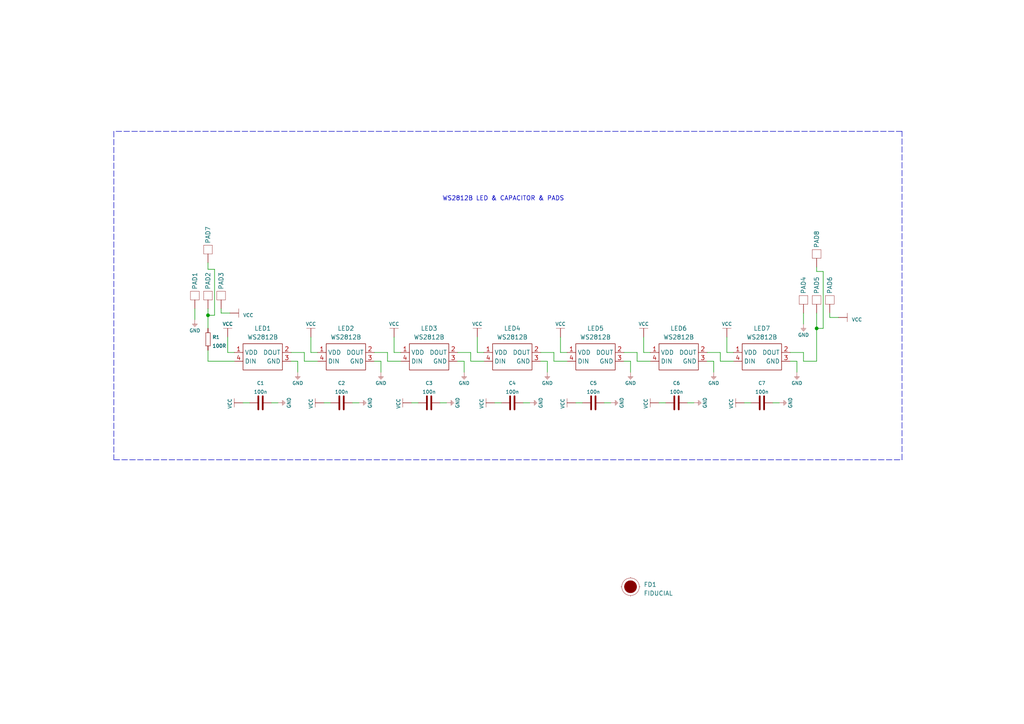
<source format=kicad_sch>
(kicad_sch (version 20211123) (generator eeschema)

  (uuid 25e546e1-a985-4f88-be34-40499372279d)

  (paper "A4")

  (title_block
    (title "Smart LED WS2812B Ring7")
    (date "2023-10-10")
    (rev "v1.3.0.")
    (company "SOLDERED")
    (comment 1 "333055")
  )

  (lib_symbols
    (symbol "e-radionica.com schematics:0603C" (pin_numbers hide) (pin_names (offset 0.002)) (in_bom yes) (on_board yes)
      (property "Reference" "C" (id 0) (at -0.635 3.175 0)
        (effects (font (size 1 1)))
      )
      (property "Value" "0603C" (id 1) (at 0 -3.175 0)
        (effects (font (size 1 1)))
      )
      (property "Footprint" "e-radionica.com footprinti:0603C" (id 2) (at 0 0 0)
        (effects (font (size 1 1)) hide)
      )
      (property "Datasheet" "" (id 3) (at 0 0 0)
        (effects (font (size 1 1)) hide)
      )
      (symbol "0603C_0_1"
        (polyline
          (pts
            (xy -0.635 1.905)
            (xy -0.635 -1.905)
          )
          (stroke (width 0.5) (type default) (color 0 0 0 0))
          (fill (type none))
        )
        (polyline
          (pts
            (xy 0.635 1.905)
            (xy 0.635 -1.905)
          )
          (stroke (width 0.5) (type default) (color 0 0 0 0))
          (fill (type none))
        )
      )
      (symbol "0603C_1_1"
        (pin passive line (at -3.175 0 0) (length 2.54)
          (name "~" (effects (font (size 1.27 1.27))))
          (number "1" (effects (font (size 1.27 1.27))))
        )
        (pin passive line (at 3.175 0 180) (length 2.54)
          (name "~" (effects (font (size 1.27 1.27))))
          (number "2" (effects (font (size 1.27 1.27))))
        )
      )
    )
    (symbol "e-radionica.com schematics:0603R" (pin_numbers hide) (pin_names (offset 0.254)) (in_bom yes) (on_board yes)
      (property "Reference" "R" (id 0) (at -1.905 1.905 0)
        (effects (font (size 1 1)))
      )
      (property "Value" "0603R" (id 1) (at 0 -1.905 0)
        (effects (font (size 1 1)))
      )
      (property "Footprint" "e-radionica.com footprinti:0603R" (id 2) (at -0.635 1.905 0)
        (effects (font (size 1 1)) hide)
      )
      (property "Datasheet" "" (id 3) (at -0.635 1.905 0)
        (effects (font (size 1 1)) hide)
      )
      (symbol "0603R_0_1"
        (rectangle (start -1.905 -0.635) (end 1.905 -0.6604)
          (stroke (width 0.1) (type default) (color 0 0 0 0))
          (fill (type none))
        )
        (rectangle (start -1.905 0.635) (end -1.8796 -0.635)
          (stroke (width 0.1) (type default) (color 0 0 0 0))
          (fill (type none))
        )
        (rectangle (start -1.905 0.635) (end 1.905 0.6096)
          (stroke (width 0.1) (type default) (color 0 0 0 0))
          (fill (type none))
        )
        (rectangle (start 1.905 0.635) (end 1.9304 -0.635)
          (stroke (width 0.1) (type default) (color 0 0 0 0))
          (fill (type none))
        )
      )
      (symbol "0603R_1_1"
        (pin passive line (at -3.175 0 0) (length 1.27)
          (name "~" (effects (font (size 1.27 1.27))))
          (number "1" (effects (font (size 1.27 1.27))))
        )
        (pin passive line (at 3.175 0 180) (length 1.27)
          (name "~" (effects (font (size 1.27 1.27))))
          (number "2" (effects (font (size 1.27 1.27))))
        )
      )
    )
    (symbol "e-radionica.com schematics:FIDUCIAL" (in_bom no) (on_board yes)
      (property "Reference" "FD" (id 0) (at 0 3.81 0)
        (effects (font (size 1.27 1.27)))
      )
      (property "Value" "FIDUCIAL" (id 1) (at 0 -3.81 0)
        (effects (font (size 1.27 1.27)))
      )
      (property "Footprint" "e-radionica.com footprinti:FIDUCIAL_23" (id 2) (at 0.254 -5.334 0)
        (effects (font (size 1.27 1.27)) hide)
      )
      (property "Datasheet" "" (id 3) (at 0 0 0)
        (effects (font (size 1.27 1.27)) hide)
      )
      (symbol "FIDUCIAL_0_1"
        (polyline
          (pts
            (xy -2.54 0)
            (xy -2.794 0)
          )
          (stroke (width 0.0006) (type default) (color 0 0 0 0))
          (fill (type none))
        )
        (polyline
          (pts
            (xy 0 -2.54)
            (xy 0 -2.794)
          )
          (stroke (width 0.0006) (type default) (color 0 0 0 0))
          (fill (type none))
        )
        (polyline
          (pts
            (xy 0 2.54)
            (xy 0 2.794)
          )
          (stroke (width 0.0006) (type default) (color 0 0 0 0))
          (fill (type none))
        )
        (polyline
          (pts
            (xy 2.54 0)
            (xy 2.794 0)
          )
          (stroke (width 0.0006) (type default) (color 0 0 0 0))
          (fill (type none))
        )
        (circle (center 0 0) (radius 1.7961)
          (stroke (width 0.001) (type default) (color 0 0 0 0))
          (fill (type outline))
        )
        (circle (center 0 0) (radius 2.54)
          (stroke (width 0.0006) (type default) (color 0 0 0 0))
          (fill (type none))
        )
      )
    )
    (symbol "e-radionica.com schematics:GND" (power) (pin_names (offset 0)) (in_bom yes) (on_board yes)
      (property "Reference" "#PWR" (id 0) (at 4.445 0 0)
        (effects (font (size 1 1)) hide)
      )
      (property "Value" "GND" (id 1) (at 0 -2.921 0)
        (effects (font (size 1 1)))
      )
      (property "Footprint" "" (id 2) (at 4.445 3.81 0)
        (effects (font (size 1 1)) hide)
      )
      (property "Datasheet" "" (id 3) (at 4.445 3.81 0)
        (effects (font (size 1 1)) hide)
      )
      (property "ki_keywords" "power-flag" (id 4) (at 0 0 0)
        (effects (font (size 1.27 1.27)) hide)
      )
      (property "ki_description" "Power symbol creates a global label with name \"GND\"" (id 5) (at 0 0 0)
        (effects (font (size 1.27 1.27)) hide)
      )
      (symbol "GND_0_1"
        (polyline
          (pts
            (xy -0.762 -1.27)
            (xy 0.762 -1.27)
          )
          (stroke (width 0.0006) (type default) (color 0 0 0 0))
          (fill (type none))
        )
        (polyline
          (pts
            (xy -0.635 -1.524)
            (xy 0.635 -1.524)
          )
          (stroke (width 0.0006) (type default) (color 0 0 0 0))
          (fill (type none))
        )
        (polyline
          (pts
            (xy -0.381 -1.778)
            (xy 0.381 -1.778)
          )
          (stroke (width 0.0006) (type default) (color 0 0 0 0))
          (fill (type none))
        )
        (polyline
          (pts
            (xy -0.127 -2.032)
            (xy 0.127 -2.032)
          )
          (stroke (width 0.0006) (type default) (color 0 0 0 0))
          (fill (type none))
        )
        (polyline
          (pts
            (xy 0 0)
            (xy 0 -1.27)
          )
          (stroke (width 0.0006) (type default) (color 0 0 0 0))
          (fill (type none))
        )
      )
      (symbol "GND_1_1"
        (pin power_in line (at 0 0 270) (length 0) hide
          (name "GND" (effects (font (size 1.27 1.27))))
          (number "1" (effects (font (size 1.27 1.27))))
        )
      )
    )
    (symbol "e-radionica.com schematics:PAD_2x1.5" (pin_numbers hide) (pin_names hide) (in_bom yes) (on_board yes)
      (property "Reference" "PAD" (id 0) (at 0 2.54 0)
        (effects (font (size 1.27 1.27)))
      )
      (property "Value" "PAD_2x1.5" (id 1) (at 0 -2.54 0)
        (effects (font (size 1.27 1.27)))
      )
      (property "Footprint" "e-radionica.com footprinti:PAD_2x1.5" (id 2) (at -1.27 -3.81 0)
        (effects (font (size 1.27 1.27)) hide)
      )
      (property "Datasheet" "" (id 3) (at -1.27 0 0)
        (effects (font (size 1.27 1.27)) hide)
      )
      (symbol "PAD_2x1.5_0_1"
        (rectangle (start -1.27 1.27) (end 1.27 -1.27)
          (stroke (width 0.0006) (type default) (color 0 0 0 0))
          (fill (type none))
        )
      )
      (symbol "PAD_2x1.5_1_1"
        (pin passive line (at -3.81 0 0) (length 2.54)
          (name "~" (effects (font (size 1.27 1.27))))
          (number "1" (effects (font (size 1.27 1.27))))
        )
      )
    )
    (symbol "e-radionica.com schematics:VCC" (power) (pin_names (offset 0)) (in_bom yes) (on_board yes)
      (property "Reference" "#PWR" (id 0) (at 4.445 0 0)
        (effects (font (size 1 1)) hide)
      )
      (property "Value" "VCC" (id 1) (at 0 3.556 0)
        (effects (font (size 1 1)))
      )
      (property "Footprint" "" (id 2) (at 4.445 3.81 0)
        (effects (font (size 1 1)) hide)
      )
      (property "Datasheet" "" (id 3) (at 4.445 3.81 0)
        (effects (font (size 1 1)) hide)
      )
      (property "ki_keywords" "power-flag" (id 4) (at 0 0 0)
        (effects (font (size 1.27 1.27)) hide)
      )
      (property "ki_description" "Power symbol creates a global label with name \"VCC\"" (id 5) (at 0 0 0)
        (effects (font (size 1.27 1.27)) hide)
      )
      (symbol "VCC_0_1"
        (polyline
          (pts
            (xy -1.27 2.54)
            (xy 1.27 2.54)
          )
          (stroke (width 0.0006) (type default) (color 0 0 0 0))
          (fill (type none))
        )
        (polyline
          (pts
            (xy 0 0)
            (xy 0 2.54)
          )
          (stroke (width 0) (type default) (color 0 0 0 0))
          (fill (type none))
        )
      )
      (symbol "VCC_1_1"
        (pin power_in line (at 0 0 90) (length 0) hide
          (name "VCC" (effects (font (size 1.27 1.27))))
          (number "1" (effects (font (size 1.27 1.27))))
        )
      )
    )
    (symbol "e-radionica.com schematics:WS2812B" (in_bom yes) (on_board yes)
      (property "Reference" "LED?" (id 0) (at 2.54 5.08 0)
        (effects (font (size 1.27 1.27)))
      )
      (property "Value" "WS2812B" (id 1) (at 1.27 -5.08 0)
        (effects (font (size 1.27 1.27)))
      )
      (property "Footprint" "e-radionica.com footprinti:WS2812B LED" (id 2) (at 1.27 -8.89 0)
        (effects (font (size 1.27 1.27)) hide)
      )
      (property "Datasheet" "" (id 3) (at 1.27 -8.89 0)
        (effects (font (size 1.27 1.27)) hide)
      )
      (symbol "WS2812B_0_1"
        (polyline
          (pts
            (xy -5.08 3.81)
            (xy 6.35 3.81)
            (xy 6.35 -3.81)
            (xy -5.08 -3.81)
            (xy -5.08 3.81)
          )
          (stroke (width 0.1524) (type default) (color 0 0 0 0))
          (fill (type none))
        )
      )
      (symbol "WS2812B_1_1"
        (pin input line (at -7.62 1.27 0) (length 2.54)
          (name "VDD" (effects (font (size 1.27 1.27))))
          (number "1" (effects (font (size 1.27 1.27))))
        )
        (pin input line (at 8.89 1.27 180) (length 2.54)
          (name "DOUT" (effects (font (size 1.27 1.27))))
          (number "2" (effects (font (size 1.27 1.27))))
        )
        (pin input line (at 8.89 -1.27 180) (length 2.54)
          (name "GND" (effects (font (size 1.27 1.27))))
          (number "3" (effects (font (size 1.27 1.27))))
        )
        (pin input line (at -7.62 -1.27 0) (length 2.54)
          (name "DIN" (effects (font (size 1.27 1.27))))
          (number "4" (effects (font (size 1.27 1.27))))
        )
      )
    )
  )

  (junction (at 60.325 91.44) (diameter 0.9144) (color 0 0 0 0)
    (uuid 03c52831-5dc5-43c5-a442-8d23643b46fb)
  )
  (junction (at 236.855 95.25) (diameter 0.9144) (color 0 0 0 0)
    (uuid a1823eb2-fb0d-4ed8-8b96-04184ac3a9d5)
  )

  (wire (pts (xy 208.915 102.235) (xy 208.915 104.775))
    (stroke (width 0) (type solid) (color 0 0 0 0))
    (uuid 03f0db48-54ab-4e40-a40b-ef8ae62d44bb)
  )
  (wire (pts (xy 180.975 102.235) (xy 184.785 102.235))
    (stroke (width 0) (type solid) (color 0 0 0 0))
    (uuid 09db198b-fc2d-437a-aa90-a22c4443f79d)
  )
  (wire (pts (xy 160.655 102.235) (xy 160.655 104.775))
    (stroke (width 0) (type solid) (color 0 0 0 0))
    (uuid 0a2c5e91-aee9-44e9-b447-3b35387d8ff6)
  )
  (wire (pts (xy 90.17 97.79) (xy 90.17 102.235))
    (stroke (width 0) (type solid) (color 0 0 0 0))
    (uuid 0d722258-962f-428b-9cf1-a05b2a04527f)
  )
  (wire (pts (xy 156.845 102.235) (xy 160.655 102.235))
    (stroke (width 0) (type solid) (color 0 0 0 0))
    (uuid 0e5a41d0-0eba-41e2-97bc-f1f127792b46)
  )
  (wire (pts (xy 64.135 89.535) (xy 64.135 90.805))
    (stroke (width 0) (type solid) (color 0 0 0 0))
    (uuid 13d8c093-8317-4469-a5fd-6d2cdddbbc1b)
  )
  (wire (pts (xy 64.135 90.805) (xy 66.675 90.805))
    (stroke (width 0) (type solid) (color 0 0 0 0))
    (uuid 13d8c093-8317-4469-a5fd-6d2cdddbbc1c)
  )
  (wire (pts (xy 143.51 116.84) (xy 145.415 116.84))
    (stroke (width 0) (type solid) (color 0 0 0 0))
    (uuid 19a02ba9-a9f8-474d-bf72-87dbf6882c9a)
  )
  (wire (pts (xy 188.595 102.235) (xy 186.69 102.235))
    (stroke (width 0) (type solid) (color 0 0 0 0))
    (uuid 1a113027-28f6-43fb-bde4-7a30c7f21f7d)
  )
  (wire (pts (xy 156.845 104.775) (xy 158.75 104.775))
    (stroke (width 0) (type solid) (color 0 0 0 0))
    (uuid 1a4b786b-502b-40bd-9c18-d10cac4eeba2)
  )
  (wire (pts (xy 112.395 102.235) (xy 112.395 104.775))
    (stroke (width 0) (type solid) (color 0 0 0 0))
    (uuid 1eb847af-05df-4bea-b8ed-a160c42de6ad)
  )
  (wire (pts (xy 92.075 102.235) (xy 90.17 102.235))
    (stroke (width 0) (type solid) (color 0 0 0 0))
    (uuid 1f92231c-172f-47de-9b31-27b200fc9aa6)
  )
  (wire (pts (xy 167.005 116.84) (xy 168.91 116.84))
    (stroke (width 0) (type solid) (color 0 0 0 0))
    (uuid 20dba83e-7100-43d5-b1a7-fbec56bde5f1)
  )
  (wire (pts (xy 233.045 102.235) (xy 233.045 104.775))
    (stroke (width 0) (type solid) (color 0 0 0 0))
    (uuid 2796ea78-c8a7-4b87-90bc-a3eb644ea3be)
  )
  (wire (pts (xy 162.56 97.79) (xy 162.56 102.235))
    (stroke (width 0) (type solid) (color 0 0 0 0))
    (uuid 27f59910-b4f9-4e9f-a383-da8db02db81b)
  )
  (wire (pts (xy 231.14 104.775) (xy 231.14 107.95))
    (stroke (width 0) (type solid) (color 0 0 0 0))
    (uuid 28c32689-be4c-4ab9-becf-6716ccdb81ce)
  )
  (wire (pts (xy 136.525 102.235) (xy 136.525 104.775))
    (stroke (width 0) (type solid) (color 0 0 0 0))
    (uuid 2d9528c5-37e7-45d4-849e-886951e2770e)
  )
  (wire (pts (xy 116.205 102.235) (xy 114.3 102.235))
    (stroke (width 0) (type solid) (color 0 0 0 0))
    (uuid 2fd88cee-cf12-4234-bf70-5ae090e33b3c)
  )
  (wire (pts (xy 210.82 97.79) (xy 210.82 102.235))
    (stroke (width 0) (type solid) (color 0 0 0 0))
    (uuid 2fd892ea-694f-460d-8c4e-67e0f6499958)
  )
  (wire (pts (xy 134.62 104.775) (xy 134.62 107.95))
    (stroke (width 0) (type solid) (color 0 0 0 0))
    (uuid 310e850c-3d43-467d-871f-77230e9a4c27)
  )
  (wire (pts (xy 184.785 102.235) (xy 184.785 104.775))
    (stroke (width 0) (type solid) (color 0 0 0 0))
    (uuid 318a3970-1b25-4558-ba0e-02b91de83e5f)
  )
  (wire (pts (xy 233.045 90.805) (xy 233.045 93.98))
    (stroke (width 0) (type solid) (color 0 0 0 0))
    (uuid 36e9d64e-8d67-4e51-92b9-71a7df635a84)
  )
  (wire (pts (xy 191.135 116.84) (xy 193.04 116.84))
    (stroke (width 0) (type solid) (color 0 0 0 0))
    (uuid 39a3b792-843d-4184-9c5c-f189d03aa10d)
  )
  (wire (pts (xy 182.88 104.775) (xy 182.88 107.95))
    (stroke (width 0) (type solid) (color 0 0 0 0))
    (uuid 3c94a8bc-05a9-49a4-a430-2b7976f519bb)
  )
  (wire (pts (xy 112.395 104.775) (xy 116.205 104.775))
    (stroke (width 0) (type solid) (color 0 0 0 0))
    (uuid 3cd6ba57-bfb7-4981-8b32-0ac3649a7dd4)
  )
  (wire (pts (xy 140.335 102.235) (xy 138.43 102.235))
    (stroke (width 0) (type solid) (color 0 0 0 0))
    (uuid 3d0523c7-4eaf-41fc-96f1-9228d00ac879)
  )
  (wire (pts (xy 164.465 102.235) (xy 162.56 102.235))
    (stroke (width 0) (type solid) (color 0 0 0 0))
    (uuid 44c20a3e-3262-41bf-bc1a-1f9e29388971)
  )
  (wire (pts (xy 119.38 116.84) (xy 121.285 116.84))
    (stroke (width 0) (type solid) (color 0 0 0 0))
    (uuid 48cd9fb8-e2f7-4d73-8b61-c49c76827bac)
  )
  (wire (pts (xy 199.39 116.84) (xy 201.295 116.84))
    (stroke (width 0) (type solid) (color 0 0 0 0))
    (uuid 4d7fb855-fed4-4040-9515-7b284f6de82f)
  )
  (wire (pts (xy 180.975 104.775) (xy 182.88 104.775))
    (stroke (width 0) (type solid) (color 0 0 0 0))
    (uuid 4e9bdf3f-0903-4fa7-9e66-eb29ea61b50b)
  )
  (wire (pts (xy 205.105 104.775) (xy 207.01 104.775))
    (stroke (width 0) (type solid) (color 0 0 0 0))
    (uuid 55db07c5-4573-4dd9-9e3b-9508eb739c10)
  )
  (wire (pts (xy 229.235 102.235) (xy 233.045 102.235))
    (stroke (width 0) (type solid) (color 0 0 0 0))
    (uuid 613865a0-51c6-455a-9919-b587303df36d)
  )
  (wire (pts (xy 158.75 104.775) (xy 158.75 107.95))
    (stroke (width 0) (type solid) (color 0 0 0 0))
    (uuid 6e12aa60-44da-4eb1-b16d-4a5cb97c2e07)
  )
  (wire (pts (xy 78.74 116.84) (xy 80.645 116.84))
    (stroke (width 0) (type solid) (color 0 0 0 0))
    (uuid 6e933b3f-d318-478f-832a-0c24555d003b)
  )
  (wire (pts (xy 186.69 97.79) (xy 186.69 102.235))
    (stroke (width 0) (type solid) (color 0 0 0 0))
    (uuid 7b483bf7-c5b0-4d4b-bd5e-6068d62a5264)
  )
  (wire (pts (xy 175.26 116.84) (xy 177.165 116.84))
    (stroke (width 0) (type solid) (color 0 0 0 0))
    (uuid 7ddcf036-8c5e-40c5-8abe-f8f7e903d207)
  )
  (wire (pts (xy 138.43 97.79) (xy 138.43 102.235))
    (stroke (width 0) (type solid) (color 0 0 0 0))
    (uuid 805ce536-38b3-465d-a6da-aee087b866ea)
  )
  (wire (pts (xy 127.635 116.84) (xy 129.54 116.84))
    (stroke (width 0) (type solid) (color 0 0 0 0))
    (uuid 8a2cd5ec-afb5-4dd0-bc31-85584485cb60)
  )
  (wire (pts (xy 233.045 104.775) (xy 236.855 104.775))
    (stroke (width 0) (type solid) (color 0 0 0 0))
    (uuid 8f9bef59-7b9d-4e93-ba43-a0e027a77b77)
  )
  (wire (pts (xy 70.485 116.84) (xy 72.39 116.84))
    (stroke (width 0) (type solid) (color 0 0 0 0))
    (uuid 9288ce86-1f03-45ec-b81f-5f2a0da58038)
  )
  (wire (pts (xy 132.715 104.775) (xy 134.62 104.775))
    (stroke (width 0) (type solid) (color 0 0 0 0))
    (uuid 969388e5-6a2e-4daa-aa39-939ae4d88a12)
  )
  (wire (pts (xy 102.235 116.84) (xy 104.14 116.84))
    (stroke (width 0) (type solid) (color 0 0 0 0))
    (uuid 9710960f-95fd-4876-b64f-671e27d86f87)
  )
  (wire (pts (xy 240.665 92.075) (xy 243.205 92.075))
    (stroke (width 0) (type solid) (color 0 0 0 0))
    (uuid 9877792c-792e-4f1a-bc6f-cf5f32d9f502)
  )
  (wire (pts (xy 93.98 116.84) (xy 95.885 116.84))
    (stroke (width 0) (type solid) (color 0 0 0 0))
    (uuid 998129b0-4562-4e07-b54f-592fe4054111)
  )
  (wire (pts (xy 151.765 116.84) (xy 153.67 116.84))
    (stroke (width 0) (type solid) (color 0 0 0 0))
    (uuid a0a3ec31-ab23-4495-a0a9-20f5f0d4bd06)
  )
  (wire (pts (xy 114.3 97.79) (xy 114.3 102.235))
    (stroke (width 0) (type solid) (color 0 0 0 0))
    (uuid a4c07f5c-0e9d-451b-903a-c665e34b24f2)
  )
  (wire (pts (xy 136.525 104.775) (xy 140.335 104.775))
    (stroke (width 0) (type solid) (color 0 0 0 0))
    (uuid b12dab3d-1069-4c72-b052-39f87db0d675)
  )
  (wire (pts (xy 60.325 89.535) (xy 60.325 91.44))
    (stroke (width 0) (type solid) (color 0 0 0 0))
    (uuid b8495cad-c58c-4cc5-be96-10f62d3d7444)
  )
  (wire (pts (xy 60.325 91.44) (xy 60.325 95.25))
    (stroke (width 0) (type solid) (color 0 0 0 0))
    (uuid b8495cad-c58c-4cc5-be96-10f62d3d7445)
  )
  (wire (pts (xy 208.915 104.775) (xy 212.725 104.775))
    (stroke (width 0) (type solid) (color 0 0 0 0))
    (uuid b9793e78-bfaa-4c4a-bb0f-9f79bf46afd4)
  )
  (wire (pts (xy 60.325 76.2) (xy 60.325 78.105))
    (stroke (width 0) (type solid) (color 0 0 0 0))
    (uuid bc02871c-be0f-4ef4-87c0-bdbe7a80f7fe)
  )
  (wire (pts (xy 60.325 78.105) (xy 62.23 78.105))
    (stroke (width 0) (type solid) (color 0 0 0 0))
    (uuid bc02871c-be0f-4ef4-87c0-bdbe7a80f7ff)
  )
  (wire (pts (xy 62.23 78.105) (xy 62.23 91.44))
    (stroke (width 0) (type solid) (color 0 0 0 0))
    (uuid bc02871c-be0f-4ef4-87c0-bdbe7a80f800)
  )
  (wire (pts (xy 62.23 91.44) (xy 60.325 91.44))
    (stroke (width 0) (type solid) (color 0 0 0 0))
    (uuid bc02871c-be0f-4ef4-87c0-bdbe7a80f801)
  )
  (wire (pts (xy 84.455 104.775) (xy 86.36 104.775))
    (stroke (width 0) (type solid) (color 0 0 0 0))
    (uuid bc5d0294-a18d-4c1c-bac4-ccc096dce471)
  )
  (wire (pts (xy 86.36 104.775) (xy 86.36 107.95))
    (stroke (width 0) (type solid) (color 0 0 0 0))
    (uuid bc5d0294-a18d-4c1c-bac4-ccc096dce472)
  )
  (wire (pts (xy 236.855 90.805) (xy 236.855 95.25))
    (stroke (width 0) (type solid) (color 0 0 0 0))
    (uuid bd783540-876c-4ca7-b94c-df506bade6a7)
  )
  (wire (pts (xy 236.855 95.25) (xy 236.855 104.775))
    (stroke (width 0) (type solid) (color 0 0 0 0))
    (uuid bd783540-876c-4ca7-b94c-df506bade6a8)
  )
  (wire (pts (xy 56.515 89.535) (xy 56.515 92.71))
    (stroke (width 0) (type solid) (color 0 0 0 0))
    (uuid c45bd5e8-6c78-43c2-9bbb-5cc57954d2da)
  )
  (wire (pts (xy 229.235 104.775) (xy 231.14 104.775))
    (stroke (width 0) (type solid) (color 0 0 0 0))
    (uuid c822a6ab-9042-4068-a159-08b60ab88a2c)
  )
  (wire (pts (xy 224.155 116.84) (xy 226.06 116.84))
    (stroke (width 0) (type solid) (color 0 0 0 0))
    (uuid d2303127-9fe7-4110-a205-504347be0b53)
  )
  (wire (pts (xy 240.665 90.805) (xy 240.665 92.075))
    (stroke (width 0) (type solid) (color 0 0 0 0))
    (uuid d71c8efd-94ff-4905-a3d4-9c7ed9ada62c)
  )
  (polyline (pts (xy 33.02 38.1) (xy 33.02 133.35))
    (stroke (width 0) (type dash) (color 0 0 0 0))
    (uuid d90abf4d-8397-46d1-b392-217f55f874e3)
  )
  (polyline (pts (xy 33.02 133.35) (xy 261.62 133.35))
    (stroke (width 0) (type dash) (color 0 0 0 0))
    (uuid d90abf4d-8397-46d1-b392-217f55f874e4)
  )
  (polyline (pts (xy 261.62 38.1) (xy 33.02 38.1))
    (stroke (width 0) (type dash) (color 0 0 0 0))
    (uuid d90abf4d-8397-46d1-b392-217f55f874e5)
  )
  (polyline (pts (xy 261.62 133.35) (xy 261.62 38.1))
    (stroke (width 0) (type dash) (color 0 0 0 0))
    (uuid d90abf4d-8397-46d1-b392-217f55f874e6)
  )

  (wire (pts (xy 184.785 104.775) (xy 188.595 104.775))
    (stroke (width 0) (type solid) (color 0 0 0 0))
    (uuid d988248d-d719-4a7e-9b7f-b94aa67f4ba0)
  )
  (wire (pts (xy 160.655 104.775) (xy 164.465 104.775))
    (stroke (width 0) (type solid) (color 0 0 0 0))
    (uuid d9ec3a20-c04b-4b46-94f5-e0bf33aa578a)
  )
  (wire (pts (xy 207.01 104.775) (xy 207.01 107.95))
    (stroke (width 0) (type solid) (color 0 0 0 0))
    (uuid dc10deff-a714-45dc-8d20-07eddc966478)
  )
  (wire (pts (xy 60.325 101.6) (xy 60.325 104.775))
    (stroke (width 0) (type solid) (color 0 0 0 0))
    (uuid dc5f1b5c-3464-4e80-8b26-e9bacc0fd347)
  )
  (wire (pts (xy 60.325 104.775) (xy 67.945 104.775))
    (stroke (width 0) (type solid) (color 0 0 0 0))
    (uuid dc5f1b5c-3464-4e80-8b26-e9bacc0fd348)
  )
  (wire (pts (xy 66.04 97.79) (xy 66.04 102.235))
    (stroke (width 0) (type solid) (color 0 0 0 0))
    (uuid e3675d4e-e7c9-4749-8966-4a7ae0d9c7f5)
  )
  (wire (pts (xy 67.945 102.235) (xy 66.04 102.235))
    (stroke (width 0) (type solid) (color 0 0 0 0))
    (uuid e3675d4e-e7c9-4749-8966-4a7ae0d9c7f6)
  )
  (wire (pts (xy 205.105 102.235) (xy 208.915 102.235))
    (stroke (width 0) (type solid) (color 0 0 0 0))
    (uuid ecb1b1ec-3823-4c9d-a45a-5a565495f8a7)
  )
  (wire (pts (xy 236.855 77.47) (xy 236.855 78.74))
    (stroke (width 0) (type solid) (color 0 0 0 0))
    (uuid ed0b8833-eb6e-4d8f-9fcb-1a094972841b)
  )
  (wire (pts (xy 236.855 78.74) (xy 238.76 78.74))
    (stroke (width 0) (type solid) (color 0 0 0 0))
    (uuid ed0b8833-eb6e-4d8f-9fcb-1a094972841c)
  )
  (wire (pts (xy 238.76 78.74) (xy 238.76 95.25))
    (stroke (width 0) (type solid) (color 0 0 0 0))
    (uuid ed0b8833-eb6e-4d8f-9fcb-1a094972841d)
  )
  (wire (pts (xy 238.76 95.25) (xy 236.855 95.25))
    (stroke (width 0) (type solid) (color 0 0 0 0))
    (uuid ed0b8833-eb6e-4d8f-9fcb-1a094972841e)
  )
  (wire (pts (xy 108.585 104.775) (xy 110.49 104.775))
    (stroke (width 0) (type solid) (color 0 0 0 0))
    (uuid f18581f0-8483-49f5-9e57-15d53e1641cc)
  )
  (wire (pts (xy 84.455 102.235) (xy 88.265 102.235))
    (stroke (width 0) (type solid) (color 0 0 0 0))
    (uuid f4acc565-bd77-4023-b5e1-4cf117ecc7fc)
  )
  (wire (pts (xy 88.265 102.235) (xy 88.265 104.775))
    (stroke (width 0) (type solid) (color 0 0 0 0))
    (uuid f4acc565-bd77-4023-b5e1-4cf117ecc7fd)
  )
  (wire (pts (xy 88.265 104.775) (xy 92.075 104.775))
    (stroke (width 0) (type solid) (color 0 0 0 0))
    (uuid f4acc565-bd77-4023-b5e1-4cf117ecc7fe)
  )
  (wire (pts (xy 110.49 104.775) (xy 110.49 107.95))
    (stroke (width 0) (type solid) (color 0 0 0 0))
    (uuid f835d3fb-6878-4461-a942-998b698c0fe6)
  )
  (wire (pts (xy 108.585 102.235) (xy 112.395 102.235))
    (stroke (width 0) (type solid) (color 0 0 0 0))
    (uuid f8f2ab57-d9fa-4daa-8128-9e8fd824cfc5)
  )
  (wire (pts (xy 132.715 102.235) (xy 136.525 102.235))
    (stroke (width 0) (type solid) (color 0 0 0 0))
    (uuid fe7d01c3-77a8-43ee-97e0-8832c814898e)
  )
  (wire (pts (xy 215.9 116.84) (xy 217.805 116.84))
    (stroke (width 0) (type solid) (color 0 0 0 0))
    (uuid fea702e2-35a5-4e57-a557-98c9b653fff6)
  )
  (wire (pts (xy 212.725 102.235) (xy 210.82 102.235))
    (stroke (width 0) (type solid) (color 0 0 0 0))
    (uuid fef8b41d-37d4-403b-929b-952a0e8337db)
  )

  (text "WS2812B LED & CAPACITOR & PADS" (at 128.27 58.42 0)
    (effects (font (size 1.27 1.27)) (justify left bottom))
    (uuid d1251295-6582-4946-9ab7-5add18dae4dd)
  )

  (symbol (lib_id "e-radionica.com schematics:GND") (at 56.515 92.71 0) (mirror y) (unit 1)
    (in_bom yes) (on_board yes)
    (uuid 01623b28-763b-4024-90cd-b5c3c1ddd528)
    (property "Reference" "#PWR0144" (id 0) (at 52.07 92.71 0)
      (effects (font (size 1 1)) hide)
    )
    (property "Value" "GND" (id 1) (at 56.515 95.885 0)
      (effects (font (size 1 1)))
    )
    (property "Footprint" "" (id 2) (at 52.07 88.9 0)
      (effects (font (size 1 1)) hide)
    )
    (property "Datasheet" "" (id 3) (at 52.07 88.9 0)
      (effects (font (size 1 1)) hide)
    )
    (pin "1" (uuid 2ff94de9-feb8-4841-a301-6b3ce98eeba6))
  )

  (symbol (lib_id "e-radionica.com schematics:0603C") (at 220.98 116.84 0) (unit 1)
    (in_bom yes) (on_board yes) (fields_autoplaced)
    (uuid 0694eee9-df22-43fe-86a2-930ff9012af8)
    (property "Reference" "C7" (id 0) (at 220.98 111.125 0)
      (effects (font (size 1 1)))
    )
    (property "Value" "100n" (id 1) (at 220.98 113.665 0)
      (effects (font (size 1 1)))
    )
    (property "Footprint" "e-radionica.com footprinti:0603C" (id 2) (at 220.98 116.84 0)
      (effects (font (size 1 1)) hide)
    )
    (property "Datasheet" "" (id 3) (at 220.98 116.84 0)
      (effects (font (size 1 1)) hide)
    )
    (pin "1" (uuid 31ef1c30-ac4d-44b8-a351-6569f25386a0))
    (pin "2" (uuid aa97392b-f807-486b-85b8-ae2df9fc33e0))
  )

  (symbol (lib_id "e-radionica.com schematics:WS2812B") (at 99.695 103.505 0) (unit 1)
    (in_bom yes) (on_board yes) (fields_autoplaced)
    (uuid 0c1866d7-e51a-4176-856e-e4fd44fd2898)
    (property "Reference" "LED2" (id 0) (at 100.33 95.25 0))
    (property "Value" "WS2812B" (id 1) (at 100.33 97.79 0))
    (property "Footprint" "e-radionica.com footprinti:WS2812B LED" (id 2) (at 100.965 112.395 0)
      (effects (font (size 1.27 1.27)) hide)
    )
    (property "Datasheet" "" (id 3) (at 100.965 112.395 0)
      (effects (font (size 1.27 1.27)) hide)
    )
    (pin "1" (uuid 8a449e1a-c369-4a6e-905d-71b85aec0621))
    (pin "2" (uuid d209b63f-5001-4c46-bf0c-67f30bb160eb))
    (pin "3" (uuid 290d2982-582c-4a3d-8436-7eb59a300cc1))
    (pin "4" (uuid 7f787fbd-3323-4d66-9af7-cf43665c24ea))
  )

  (symbol (lib_id "e-radionica.com schematics:VCC") (at 215.9 116.84 90) (unit 1)
    (in_bom yes) (on_board yes)
    (uuid 1127ab0d-9f07-4367-b230-ba7bef114fd8)
    (property "Reference" "#PWR0132" (id 0) (at 215.9 112.395 0)
      (effects (font (size 1 1)) hide)
    )
    (property "Value" "VCC" (id 1) (at 212.09 115.57 0)
      (effects (font (size 1 1)) (justify right))
    )
    (property "Footprint" "" (id 2) (at 212.09 112.395 0)
      (effects (font (size 1 1)) hide)
    )
    (property "Datasheet" "" (id 3) (at 212.09 112.395 0)
      (effects (font (size 1 1)) hide)
    )
    (pin "1" (uuid 47b31176-93b3-4085-8120-d1dc69dbb265))
  )

  (symbol (lib_id "e-radionica.com schematics:WS2812B") (at 220.345 103.505 0) (unit 1)
    (in_bom yes) (on_board yes) (fields_autoplaced)
    (uuid 141f8d2a-05fe-44e1-ae9a-af99f54e95ab)
    (property "Reference" "LED7" (id 0) (at 220.98 95.25 0))
    (property "Value" "WS2812B" (id 1) (at 220.98 97.79 0))
    (property "Footprint" "e-radionica.com footprinti:WS2812B LED" (id 2) (at 221.615 112.395 0)
      (effects (font (size 1.27 1.27)) hide)
    )
    (property "Datasheet" "" (id 3) (at 221.615 112.395 0)
      (effects (font (size 1.27 1.27)) hide)
    )
    (pin "1" (uuid ddc6969f-74fc-4d55-bed5-a65782c7f850))
    (pin "2" (uuid bb2beb3a-462b-4de6-a950-173df76a7e0f))
    (pin "3" (uuid 256d5892-0f64-425f-a2cf-3caaa7805b5e))
    (pin "4" (uuid 8eb0f886-3c78-4bcb-a81f-23f3b286190a))
  )

  (symbol (lib_id "e-radionica.com schematics:WS2812B") (at 172.085 103.505 0) (unit 1)
    (in_bom yes) (on_board yes) (fields_autoplaced)
    (uuid 19983094-5e65-4cc3-b6b4-87efe166562c)
    (property "Reference" "LED5" (id 0) (at 172.72 95.25 0))
    (property "Value" "WS2812B" (id 1) (at 172.72 97.79 0))
    (property "Footprint" "e-radionica.com footprinti:WS2812B LED" (id 2) (at 173.355 112.395 0)
      (effects (font (size 1.27 1.27)) hide)
    )
    (property "Datasheet" "" (id 3) (at 173.355 112.395 0)
      (effects (font (size 1.27 1.27)) hide)
    )
    (pin "1" (uuid cf29e08a-8d50-48cf-9765-747ccdfa6563))
    (pin "2" (uuid 089bb304-9b6b-4dc9-9036-b0c8cc08c5f6))
    (pin "3" (uuid a9ac7e77-dd63-49e6-b404-e9b2a42bdec8))
    (pin "4" (uuid adf74dfa-a490-4607-8bed-ba3f8408e372))
  )

  (symbol (lib_id "e-radionica.com schematics:VCC") (at 162.56 97.79 0) (unit 1)
    (in_bom yes) (on_board yes) (fields_autoplaced)
    (uuid 1bf4edd8-b1ad-4a4c-afb4-99c61e838c7b)
    (property "Reference" "#PWR0117" (id 0) (at 167.005 97.79 0)
      (effects (font (size 1 1)) hide)
    )
    (property "Value" "VCC" (id 1) (at 162.56 93.98 0)
      (effects (font (size 1 1)))
    )
    (property "Footprint" "" (id 2) (at 167.005 93.98 0)
      (effects (font (size 1 1)) hide)
    )
    (property "Datasheet" "" (id 3) (at 167.005 93.98 0)
      (effects (font (size 1 1)) hide)
    )
    (pin "1" (uuid 98dc4c8d-8438-4e13-a5d7-09b419fddc24))
  )

  (symbol (lib_id "e-radionica.com schematics:VCC") (at 114.3 97.79 0) (unit 1)
    (in_bom yes) (on_board yes) (fields_autoplaced)
    (uuid 220b412c-02b0-40cf-ac41-36ac41c3c59c)
    (property "Reference" "#PWR0109" (id 0) (at 118.745 97.79 0)
      (effects (font (size 1 1)) hide)
    )
    (property "Value" "VCC" (id 1) (at 114.3 93.98 0)
      (effects (font (size 1 1)))
    )
    (property "Footprint" "" (id 2) (at 118.745 93.98 0)
      (effects (font (size 1 1)) hide)
    )
    (property "Datasheet" "" (id 3) (at 118.745 93.98 0)
      (effects (font (size 1 1)) hide)
    )
    (pin "1" (uuid 5d3ca148-c754-44f9-af58-8434267c8b4d))
  )

  (symbol (lib_id "e-radionica.com schematics:VCC") (at 119.38 116.84 90) (unit 1)
    (in_bom yes) (on_board yes)
    (uuid 24dae30b-a483-41d4-b071-3031cf40e73c)
    (property "Reference" "#PWR0112" (id 0) (at 119.38 112.395 0)
      (effects (font (size 1 1)) hide)
    )
    (property "Value" "VCC" (id 1) (at 115.57 115.57 0)
      (effects (font (size 1 1)) (justify right))
    )
    (property "Footprint" "" (id 2) (at 115.57 112.395 0)
      (effects (font (size 1 1)) hide)
    )
    (property "Datasheet" "" (id 3) (at 115.57 112.395 0)
      (effects (font (size 1 1)) hide)
    )
    (pin "1" (uuid cac59eaf-d072-452b-906b-5e7d6fce8973))
  )

  (symbol (lib_id "e-radionica.com schematics:VCC") (at 138.43 97.79 0) (unit 1)
    (in_bom yes) (on_board yes) (fields_autoplaced)
    (uuid 292d29b2-498e-4307-b5e9-7fa9d15db2a8)
    (property "Reference" "#PWR0118" (id 0) (at 142.875 97.79 0)
      (effects (font (size 1 1)) hide)
    )
    (property "Value" "VCC" (id 1) (at 138.43 93.98 0)
      (effects (font (size 1 1)))
    )
    (property "Footprint" "" (id 2) (at 142.875 93.98 0)
      (effects (font (size 1 1)) hide)
    )
    (property "Datasheet" "" (id 3) (at 142.875 93.98 0)
      (effects (font (size 1 1)) hide)
    )
    (pin "1" (uuid e0c610a3-6472-4a98-b430-c4fb6808e8c1))
  )

  (symbol (lib_id "e-radionica.com schematics:FIDUCIAL") (at 182.88 170.18 0) (unit 1)
    (in_bom no) (on_board yes) (fields_autoplaced)
    (uuid 3599cc43-c855-4109-a4e6-cf7a19368f8c)
    (property "Reference" "FD1" (id 0) (at 186.69 169.5449 0)
      (effects (font (size 1.27 1.27)) (justify left))
    )
    (property "Value" "FIDUCIAL" (id 1) (at 186.69 172.0849 0)
      (effects (font (size 1.27 1.27)) (justify left))
    )
    (property "Footprint" "e-radionica.com footprinti:FIDUCIAL_23" (id 2) (at 183.134 175.514 0)
      (effects (font (size 1.27 1.27)) hide)
    )
    (property "Datasheet" "" (id 3) (at 182.88 170.18 0)
      (effects (font (size 1.27 1.27)) hide)
    )
  )

  (symbol (lib_id "e-radionica.com schematics:GND") (at 80.645 116.84 90) (unit 1)
    (in_bom yes) (on_board yes)
    (uuid 3a494e15-f3be-4b6a-ae78-19dab1cffa4e)
    (property "Reference" "#PWR0126" (id 0) (at 80.645 112.395 0)
      (effects (font (size 1 1)) hide)
    )
    (property "Value" "GND" (id 1) (at 83.82 116.84 0)
      (effects (font (size 1 1)))
    )
    (property "Footprint" "" (id 2) (at 76.835 112.395 0)
      (effects (font (size 1 1)) hide)
    )
    (property "Datasheet" "" (id 3) (at 76.835 112.395 0)
      (effects (font (size 1 1)) hide)
    )
    (pin "1" (uuid c5263a23-2bc4-4b34-ab52-e0cbbb953add))
  )

  (symbol (lib_id "e-radionica.com schematics:VCC") (at 167.005 116.84 90) (unit 1)
    (in_bom yes) (on_board yes)
    (uuid 3ccc8b51-7afa-48d4-a77c-3112b4032d93)
    (property "Reference" "#PWR0120" (id 0) (at 167.005 112.395 0)
      (effects (font (size 1 1)) hide)
    )
    (property "Value" "VCC" (id 1) (at 163.195 115.57 0)
      (effects (font (size 1 1)) (justify right))
    )
    (property "Footprint" "" (id 2) (at 163.195 112.395 0)
      (effects (font (size 1 1)) hide)
    )
    (property "Datasheet" "" (id 3) (at 163.195 112.395 0)
      (effects (font (size 1 1)) hide)
    )
    (pin "1" (uuid 152ec106-86cc-4dfd-880d-380e94700476))
  )

  (symbol (lib_id "e-radionica.com schematics:GND") (at 129.54 116.84 90) (unit 1)
    (in_bom yes) (on_board yes)
    (uuid 3fbcb652-fba5-489a-bdf5-0e166bb51aaf)
    (property "Reference" "#PWR0114" (id 0) (at 129.54 112.395 0)
      (effects (font (size 1 1)) hide)
    )
    (property "Value" "GND" (id 1) (at 132.715 116.84 0)
      (effects (font (size 1 1)))
    )
    (property "Footprint" "" (id 2) (at 125.73 112.395 0)
      (effects (font (size 1 1)) hide)
    )
    (property "Datasheet" "" (id 3) (at 125.73 112.395 0)
      (effects (font (size 1 1)) hide)
    )
    (pin "1" (uuid baf3d0c7-6063-44ad-a61c-05bfc11583b0))
  )

  (symbol (lib_id "e-radionica.com schematics:0603C") (at 124.46 116.84 0) (unit 1)
    (in_bom yes) (on_board yes) (fields_autoplaced)
    (uuid 41e6fe3c-1d82-484b-9972-38a86810e731)
    (property "Reference" "C3" (id 0) (at 124.46 111.125 0)
      (effects (font (size 1 1)))
    )
    (property "Value" "100n" (id 1) (at 124.46 113.665 0)
      (effects (font (size 1 1)))
    )
    (property "Footprint" "e-radionica.com footprinti:0603C" (id 2) (at 124.46 116.84 0)
      (effects (font (size 1 1)) hide)
    )
    (property "Datasheet" "" (id 3) (at 124.46 116.84 0)
      (effects (font (size 1 1)) hide)
    )
    (pin "1" (uuid daa683b5-221f-46bf-bbbf-fb4cc69b5f32))
    (pin "2" (uuid 5f531a6f-f24c-4ed4-984b-a547b1aed844))
  )

  (symbol (lib_id "e-radionica.com schematics:GND") (at 86.36 107.95 0) (unit 1)
    (in_bom yes) (on_board yes)
    (uuid 4553990a-b354-4e13-83fb-d51b701e07a5)
    (property "Reference" "#PWR0123" (id 0) (at 90.805 107.95 0)
      (effects (font (size 1 1)) hide)
    )
    (property "Value" "GND" (id 1) (at 86.36 111.125 0)
      (effects (font (size 1 1)))
    )
    (property "Footprint" "" (id 2) (at 90.805 104.14 0)
      (effects (font (size 1 1)) hide)
    )
    (property "Datasheet" "" (id 3) (at 90.805 104.14 0)
      (effects (font (size 1 1)) hide)
    )
    (pin "1" (uuid 8b1676ac-ce41-4897-8293-50f7aa08265c))
  )

  (symbol (lib_id "e-radionica.com schematics:PAD_2x1.5") (at 60.325 85.725 90) (unit 1)
    (in_bom yes) (on_board yes)
    (uuid 4669c19d-82d3-43e0-b652-e4b1cfaf950b)
    (property "Reference" "PAD2" (id 0) (at 60.325 78.9302 0)
      (effects (font (size 1.27 1.27)) (justify right))
    )
    (property "Value" "PAD_2x1.5" (id 1) (at 62.865 89.0902 90)
      (effects (font (size 1.27 1.27)) (justify right) hide)
    )
    (property "Footprint" "e-radionica.com footprinti:PAD_2x1.5" (id 2) (at 64.135 86.995 0)
      (effects (font (size 1.27 1.27)) hide)
    )
    (property "Datasheet" "" (id 3) (at 60.325 86.995 0)
      (effects (font (size 1.27 1.27)) hide)
    )
    (pin "1" (uuid d2b31768-1cb2-4a54-a255-2607ec273e6c))
  )

  (symbol (lib_id "e-radionica.com schematics:GND") (at 233.045 93.98 0) (mirror y) (unit 1)
    (in_bom yes) (on_board yes)
    (uuid 4935e9d6-ddfe-4639-a37b-dac849671977)
    (property "Reference" "#PWR0141" (id 0) (at 228.6 93.98 0)
      (effects (font (size 1 1)) hide)
    )
    (property "Value" "GND" (id 1) (at 233.045 97.155 0)
      (effects (font (size 1 1)))
    )
    (property "Footprint" "" (id 2) (at 228.6 90.17 0)
      (effects (font (size 1 1)) hide)
    )
    (property "Datasheet" "" (id 3) (at 228.6 90.17 0)
      (effects (font (size 1 1)) hide)
    )
    (pin "1" (uuid 7859a36c-1a15-439f-af44-cce8283e5740))
  )

  (symbol (lib_id "e-radionica.com schematics:WS2812B") (at 196.215 103.505 0) (unit 1)
    (in_bom yes) (on_board yes) (fields_autoplaced)
    (uuid 4d321044-1ccc-4282-a683-f10cf41baedf)
    (property "Reference" "LED6" (id 0) (at 196.85 95.25 0))
    (property "Value" "WS2812B" (id 1) (at 196.85 97.79 0))
    (property "Footprint" "e-radionica.com footprinti:WS2812B LED" (id 2) (at 197.485 112.395 0)
      (effects (font (size 1.27 1.27)) hide)
    )
    (property "Datasheet" "" (id 3) (at 197.485 112.395 0)
      (effects (font (size 1.27 1.27)) hide)
    )
    (pin "1" (uuid fe05ed42-40e6-4b49-abff-2a7d36926fc2))
    (pin "2" (uuid 08c95cee-c762-4564-9db1-34942e3eca00))
    (pin "3" (uuid d95ca4fc-3120-4573-88fa-ea2a83bc7214))
    (pin "4" (uuid 46d85c9e-0dcc-4241-ba51-c903f2df0e0b))
  )

  (symbol (lib_id "e-radionica.com schematics:PAD_2x1.5") (at 56.515 85.725 90) (unit 1)
    (in_bom yes) (on_board yes)
    (uuid 4f10d492-345c-4ce3-a448-af6e7d74b05c)
    (property "Reference" "PAD1" (id 0) (at 56.515 78.9302 0)
      (effects (font (size 1.27 1.27)) (justify right))
    )
    (property "Value" "PAD_2x1.5" (id 1) (at 59.055 89.0902 90)
      (effects (font (size 1.27 1.27)) (justify right) hide)
    )
    (property "Footprint" "e-radionica.com footprinti:PAD_2x1.5" (id 2) (at 60.325 86.995 0)
      (effects (font (size 1.27 1.27)) hide)
    )
    (property "Datasheet" "" (id 3) (at 56.515 86.995 0)
      (effects (font (size 1.27 1.27)) hide)
    )
    (pin "1" (uuid 4928f544-0d99-4f11-97ec-534e813bdec8))
  )

  (symbol (lib_id "e-radionica.com schematics:WS2812B") (at 123.825 103.505 0) (unit 1)
    (in_bom yes) (on_board yes) (fields_autoplaced)
    (uuid 523db007-5d1b-4e9b-a435-cbfef82d8abe)
    (property "Reference" "LED3" (id 0) (at 124.46 95.25 0))
    (property "Value" "WS2812B" (id 1) (at 124.46 97.79 0))
    (property "Footprint" "e-radionica.com footprinti:WS2812B LED" (id 2) (at 125.095 112.395 0)
      (effects (font (size 1.27 1.27)) hide)
    )
    (property "Datasheet" "" (id 3) (at 125.095 112.395 0)
      (effects (font (size 1.27 1.27)) hide)
    )
    (pin "1" (uuid 5acb5936-02c6-4fba-9581-0b7045420af0))
    (pin "2" (uuid 6e50f506-b78f-44fd-a24a-6e2ff83f6628))
    (pin "3" (uuid 6159b6eb-b4fe-4714-a7af-ebab250ab9da))
    (pin "4" (uuid fa238e5a-b9e7-4286-bc61-76f0955010b1))
  )

  (symbol (lib_id "e-radionica.com schematics:GND") (at 110.49 107.95 0) (unit 1)
    (in_bom yes) (on_board yes)
    (uuid 6273c8c3-23e5-426e-8fad-d2d72f3e7bac)
    (property "Reference" "#PWR0113" (id 0) (at 114.935 107.95 0)
      (effects (font (size 1 1)) hide)
    )
    (property "Value" "GND" (id 1) (at 110.49 111.125 0)
      (effects (font (size 1 1)))
    )
    (property "Footprint" "" (id 2) (at 114.935 104.14 0)
      (effects (font (size 1 1)) hide)
    )
    (property "Datasheet" "" (id 3) (at 114.935 104.14 0)
      (effects (font (size 1 1)) hide)
    )
    (pin "1" (uuid 11cc09bf-3575-4c88-9255-f7bf8f0b3e3e))
  )

  (symbol (lib_id "e-radionica.com schematics:VCC") (at 70.485 116.84 90) (unit 1)
    (in_bom yes) (on_board yes)
    (uuid 6fab0891-b999-4176-b8f6-36c0647fd547)
    (property "Reference" "#PWR0125" (id 0) (at 70.485 112.395 0)
      (effects (font (size 1 1)) hide)
    )
    (property "Value" "VCC" (id 1) (at 66.675 115.57 0)
      (effects (font (size 1 1)) (justify right))
    )
    (property "Footprint" "" (id 2) (at 66.675 112.395 0)
      (effects (font (size 1 1)) hide)
    )
    (property "Datasheet" "" (id 3) (at 66.675 112.395 0)
      (effects (font (size 1 1)) hide)
    )
    (pin "1" (uuid 40afe42a-96b1-4a2f-9d4f-a510eb593310))
  )

  (symbol (lib_id "e-radionica.com schematics:VCC") (at 90.17 97.79 0) (unit 1)
    (in_bom yes) (on_board yes) (fields_autoplaced)
    (uuid 78427152-8089-4fcb-99e8-5829168740f2)
    (property "Reference" "#PWR0110" (id 0) (at 94.615 97.79 0)
      (effects (font (size 1 1)) hide)
    )
    (property "Value" "VCC" (id 1) (at 90.17 93.98 0)
      (effects (font (size 1 1)))
    )
    (property "Footprint" "" (id 2) (at 94.615 93.98 0)
      (effects (font (size 1 1)) hide)
    )
    (property "Datasheet" "" (id 3) (at 94.615 93.98 0)
      (effects (font (size 1 1)) hide)
    )
    (pin "1" (uuid e7bb4898-a150-4da7-8624-d63e1b6bafbf))
  )

  (symbol (lib_id "e-radionica.com schematics:WS2812B") (at 75.565 103.505 0) (unit 1)
    (in_bom yes) (on_board yes) (fields_autoplaced)
    (uuid 7e597c70-98aa-4cc2-a36b-cd1a1500a8f2)
    (property "Reference" "LED1" (id 0) (at 76.2 95.25 0))
    (property "Value" "WS2812B" (id 1) (at 76.2 97.79 0))
    (property "Footprint" "e-radionica.com footprinti:WS2812B LED" (id 2) (at 76.835 112.395 0)
      (effects (font (size 1.27 1.27)) hide)
    )
    (property "Datasheet" "" (id 3) (at 76.835 112.395 0)
      (effects (font (size 1.27 1.27)) hide)
    )
    (pin "1" (uuid 225cdb27-e50a-4e69-9c14-ae7c784a521f))
    (pin "2" (uuid 16610e6f-d5d7-467d-be55-6e0e8e001709))
    (pin "3" (uuid 7a07b83b-95b7-47e9-b4b7-f977966f1bb8))
    (pin "4" (uuid 93c5ac5f-f11c-4d9d-85ea-6854e4ad679f))
  )

  (symbol (lib_id "e-radionica.com schematics:0603R") (at 60.325 98.425 90) (unit 1)
    (in_bom yes) (on_board yes)
    (uuid 7fe2641d-1f63-4c4d-8c7e-4d440902f016)
    (property "Reference" "R1" (id 0) (at 61.595 97.79 90)
      (effects (font (size 1 1)) (justify right))
    )
    (property "Value" "100R" (id 1) (at 61.595 100.33 90)
      (effects (font (size 1 1)) (justify right))
    )
    (property "Footprint" "e-radionica.com footprinti:0603R" (id 2) (at 58.42 99.06 0)
      (effects (font (size 1 1)) hide)
    )
    (property "Datasheet" "" (id 3) (at 58.42 99.06 0)
      (effects (font (size 1 1)) hide)
    )
    (pin "1" (uuid 69fe4185-eb9c-4c22-867a-c0bae10209cb))
    (pin "2" (uuid 0ae9d60c-49a3-445b-a474-f0bacb46d277))
  )

  (symbol (lib_id "e-radionica.com schematics:VCC") (at 186.69 97.79 0) (unit 1)
    (in_bom yes) (on_board yes) (fields_autoplaced)
    (uuid 839166a5-e6ff-43dc-a9c8-b04bf5265839)
    (property "Reference" "#PWR0129" (id 0) (at 191.135 97.79 0)
      (effects (font (size 1 1)) hide)
    )
    (property "Value" "VCC" (id 1) (at 186.69 93.98 0)
      (effects (font (size 1 1)))
    )
    (property "Footprint" "" (id 2) (at 191.135 93.98 0)
      (effects (font (size 1 1)) hide)
    )
    (property "Datasheet" "" (id 3) (at 191.135 93.98 0)
      (effects (font (size 1 1)) hide)
    )
    (pin "1" (uuid 85490d78-20ab-4ba8-a536-14fd90f7e304))
  )

  (symbol (lib_id "e-radionica.com schematics:VCC") (at 66.675 90.805 270) (unit 1)
    (in_bom yes) (on_board yes) (fields_autoplaced)
    (uuid 85e0735e-a0d0-4122-b083-8429bd03aae8)
    (property "Reference" "#PWR0143" (id 0) (at 66.675 95.25 0)
      (effects (font (size 1 1)) hide)
    )
    (property "Value" "VCC" (id 1) (at 70.485 91.44 90)
      (effects (font (size 1 1)) (justify left))
    )
    (property "Footprint" "" (id 2) (at 70.485 95.25 0)
      (effects (font (size 1 1)) hide)
    )
    (property "Datasheet" "" (id 3) (at 70.485 95.25 0)
      (effects (font (size 1 1)) hide)
    )
    (pin "1" (uuid 94e8158e-467c-4d34-8d76-beabef9689cd))
  )

  (symbol (lib_id "e-radionica.com schematics:WS2812B") (at 147.955 103.505 0) (unit 1)
    (in_bom yes) (on_board yes) (fields_autoplaced)
    (uuid 88273449-8d72-4624-82c0-fe1a97d9ccef)
    (property "Reference" "LED4" (id 0) (at 148.59 95.25 0))
    (property "Value" "WS2812B" (id 1) (at 148.59 97.79 0))
    (property "Footprint" "e-radionica.com footprinti:WS2812B LED" (id 2) (at 149.225 112.395 0)
      (effects (font (size 1.27 1.27)) hide)
    )
    (property "Datasheet" "" (id 3) (at 149.225 112.395 0)
      (effects (font (size 1.27 1.27)) hide)
    )
    (pin "1" (uuid 2c1cd1a9-672c-4c73-91ca-3fe2a41d9128))
    (pin "2" (uuid 2b3e284a-e4a6-4e12-a404-d8be74e459dc))
    (pin "3" (uuid 08667094-3b5e-4de6-ba3d-683b67435d4d))
    (pin "4" (uuid 7fdb66d9-913a-4522-9441-9144d6ad1d02))
  )

  (symbol (lib_id "e-radionica.com schematics:GND") (at 158.75 107.95 0) (unit 1)
    (in_bom yes) (on_board yes)
    (uuid 884f496f-3d42-4747-b405-67664eda3d1c)
    (property "Reference" "#PWR0116" (id 0) (at 163.195 107.95 0)
      (effects (font (size 1 1)) hide)
    )
    (property "Value" "GND" (id 1) (at 158.75 111.125 0)
      (effects (font (size 1 1)))
    )
    (property "Footprint" "" (id 2) (at 163.195 104.14 0)
      (effects (font (size 1 1)) hide)
    )
    (property "Datasheet" "" (id 3) (at 163.195 104.14 0)
      (effects (font (size 1 1)) hide)
    )
    (pin "1" (uuid 46a22989-a08d-48e5-ad01-2d29b5bc58c7))
  )

  (symbol (lib_id "e-radionica.com schematics:0603C") (at 148.59 116.84 0) (unit 1)
    (in_bom yes) (on_board yes) (fields_autoplaced)
    (uuid 8fb34bb0-772f-40e4-bbed-07ecef8c2bee)
    (property "Reference" "C4" (id 0) (at 148.59 111.125 0)
      (effects (font (size 1 1)))
    )
    (property "Value" "100n" (id 1) (at 148.59 113.665 0)
      (effects (font (size 1 1)))
    )
    (property "Footprint" "e-radionica.com footprinti:0603C" (id 2) (at 148.59 116.84 0)
      (effects (font (size 1 1)) hide)
    )
    (property "Datasheet" "" (id 3) (at 148.59 116.84 0)
      (effects (font (size 1 1)) hide)
    )
    (pin "1" (uuid a6a29cde-73b8-479e-9a8b-d96cde8d2524))
    (pin "2" (uuid b390d6de-33fd-407f-9aa3-968450b1856f))
  )

  (symbol (lib_id "e-radionica.com schematics:VCC") (at 66.04 97.79 0) (unit 1)
    (in_bom yes) (on_board yes) (fields_autoplaced)
    (uuid 93948d6c-2dc2-422b-b627-afa72ea4eb5f)
    (property "Reference" "#PWR0122" (id 0) (at 70.485 97.79 0)
      (effects (font (size 1 1)) hide)
    )
    (property "Value" "VCC" (id 1) (at 66.04 93.98 0)
      (effects (font (size 1 1)))
    )
    (property "Footprint" "" (id 2) (at 70.485 93.98 0)
      (effects (font (size 1 1)) hide)
    )
    (property "Datasheet" "" (id 3) (at 70.485 93.98 0)
      (effects (font (size 1 1)) hide)
    )
    (pin "1" (uuid 7c7aa7e7-dcb0-4066-9bb0-1b95f1c7da55))
  )

  (symbol (lib_id "e-radionica.com schematics:0603C") (at 196.215 116.84 0) (unit 1)
    (in_bom yes) (on_board yes) (fields_autoplaced)
    (uuid 95278eee-3423-4b4a-8a20-adb3e929b1c9)
    (property "Reference" "C6" (id 0) (at 196.215 111.125 0)
      (effects (font (size 1 1)))
    )
    (property "Value" "100n" (id 1) (at 196.215 113.665 0)
      (effects (font (size 1 1)))
    )
    (property "Footprint" "e-radionica.com footprinti:0603C" (id 2) (at 196.215 116.84 0)
      (effects (font (size 1 1)) hide)
    )
    (property "Datasheet" "" (id 3) (at 196.215 116.84 0)
      (effects (font (size 1 1)) hide)
    )
    (pin "1" (uuid ee7e2120-21b2-45b3-9d36-00bbe10ce9fa))
    (pin "2" (uuid d336c397-b986-48b0-81a8-14bcc8c1b663))
  )

  (symbol (lib_id "e-radionica.com schematics:GND") (at 177.165 116.84 90) (unit 1)
    (in_bom yes) (on_board yes)
    (uuid 95c40583-0506-43bf-91dd-59d881d603e4)
    (property "Reference" "#PWR0131" (id 0) (at 177.165 112.395 0)
      (effects (font (size 1 1)) hide)
    )
    (property "Value" "GND" (id 1) (at 180.34 116.84 0)
      (effects (font (size 1 1)))
    )
    (property "Footprint" "" (id 2) (at 173.355 112.395 0)
      (effects (font (size 1 1)) hide)
    )
    (property "Datasheet" "" (id 3) (at 173.355 112.395 0)
      (effects (font (size 1 1)) hide)
    )
    (pin "1" (uuid 7853cad7-a8ab-4dfd-8a3c-2d36990d5478))
  )

  (symbol (lib_id "e-radionica.com schematics:GND") (at 226.06 116.84 90) (unit 1)
    (in_bom yes) (on_board yes)
    (uuid 97109d4c-a196-4b57-84f9-4c90eb473a82)
    (property "Reference" "#PWR0136" (id 0) (at 226.06 112.395 0)
      (effects (font (size 1 1)) hide)
    )
    (property "Value" "GND" (id 1) (at 229.235 116.84 0)
      (effects (font (size 1 1)))
    )
    (property "Footprint" "" (id 2) (at 222.25 112.395 0)
      (effects (font (size 1 1)) hide)
    )
    (property "Datasheet" "" (id 3) (at 222.25 112.395 0)
      (effects (font (size 1 1)) hide)
    )
    (pin "1" (uuid c42fce23-6ef8-48d5-a43f-911a6eedd898))
  )

  (symbol (lib_id "e-radionica.com schematics:GND") (at 182.88 107.95 0) (unit 1)
    (in_bom yes) (on_board yes)
    (uuid 9d2d6418-216b-4929-99b7-de188ff22772)
    (property "Reference" "#PWR0130" (id 0) (at 187.325 107.95 0)
      (effects (font (size 1 1)) hide)
    )
    (property "Value" "GND" (id 1) (at 182.88 111.125 0)
      (effects (font (size 1 1)))
    )
    (property "Footprint" "" (id 2) (at 187.325 104.14 0)
      (effects (font (size 1 1)) hide)
    )
    (property "Datasheet" "" (id 3) (at 187.325 104.14 0)
      (effects (font (size 1 1)) hide)
    )
    (pin "1" (uuid 78f206a0-8897-492d-b4f6-c91b1ca64c6e))
  )

  (symbol (lib_id "e-radionica.com schematics:VCC") (at 191.135 116.84 90) (unit 1)
    (in_bom yes) (on_board yes)
    (uuid 9fe82f4d-d10c-463d-b246-78a75bfbf71c)
    (property "Reference" "#PWR0121" (id 0) (at 191.135 112.395 0)
      (effects (font (size 1 1)) hide)
    )
    (property "Value" "VCC" (id 1) (at 187.325 115.57 0)
      (effects (font (size 1 1)) (justify right))
    )
    (property "Footprint" "" (id 2) (at 187.325 112.395 0)
      (effects (font (size 1 1)) hide)
    )
    (property "Datasheet" "" (id 3) (at 187.325 112.395 0)
      (effects (font (size 1 1)) hide)
    )
    (pin "1" (uuid 0df503ce-c99f-4840-8be2-d0f44705c7f1))
  )

  (symbol (lib_id "e-radionica.com schematics:0603C") (at 99.06 116.84 0) (unit 1)
    (in_bom yes) (on_board yes) (fields_autoplaced)
    (uuid a9c9a142-b115-4781-a586-0ee137b75d5f)
    (property "Reference" "C2" (id 0) (at 99.06 111.125 0)
      (effects (font (size 1 1)))
    )
    (property "Value" "100n" (id 1) (at 99.06 113.665 0)
      (effects (font (size 1 1)))
    )
    (property "Footprint" "e-radionica.com footprinti:0603C" (id 2) (at 99.06 116.84 0)
      (effects (font (size 1 1)) hide)
    )
    (property "Datasheet" "" (id 3) (at 99.06 116.84 0)
      (effects (font (size 1 1)) hide)
    )
    (pin "1" (uuid f567093d-75ce-4845-97f4-3a48da71fa4f))
    (pin "2" (uuid 13f1e275-666d-45ed-932a-a4287bf74aac))
  )

  (symbol (lib_id "e-radionica.com schematics:VCC") (at 143.51 116.84 90) (unit 1)
    (in_bom yes) (on_board yes)
    (uuid b0f648bc-e100-4fdf-83e5-c275297a2359)
    (property "Reference" "#PWR0115" (id 0) (at 143.51 112.395 0)
      (effects (font (size 1 1)) hide)
    )
    (property "Value" "VCC" (id 1) (at 139.7 115.57 0)
      (effects (font (size 1 1)) (justify right))
    )
    (property "Footprint" "" (id 2) (at 139.7 112.395 0)
      (effects (font (size 1 1)) hide)
    )
    (property "Datasheet" "" (id 3) (at 139.7 112.395 0)
      (effects (font (size 1 1)) hide)
    )
    (pin "1" (uuid 7fd5083f-a30a-494f-9af0-455e31b8e449))
  )

  (symbol (lib_id "e-radionica.com schematics:GND") (at 207.01 107.95 0) (unit 1)
    (in_bom yes) (on_board yes)
    (uuid b2523386-ac0a-4b7f-bafc-5772c9f3ee1e)
    (property "Reference" "#PWR0127" (id 0) (at 211.455 107.95 0)
      (effects (font (size 1 1)) hide)
    )
    (property "Value" "GND" (id 1) (at 207.01 111.125 0)
      (effects (font (size 1 1)))
    )
    (property "Footprint" "" (id 2) (at 211.455 104.14 0)
      (effects (font (size 1 1)) hide)
    )
    (property "Datasheet" "" (id 3) (at 211.455 104.14 0)
      (effects (font (size 1 1)) hide)
    )
    (pin "1" (uuid e3e7cdae-0ed4-4e8d-b056-ae60b74bc0b6))
  )

  (symbol (lib_id "e-radionica.com schematics:PAD_2x1.5") (at 236.855 86.995 90) (unit 1)
    (in_bom yes) (on_board yes)
    (uuid b4342455-341e-40d6-a44d-717511365514)
    (property "Reference" "PAD5" (id 0) (at 236.855 80.2002 0)
      (effects (font (size 1.27 1.27)) (justify right))
    )
    (property "Value" "PAD_2x1.5" (id 1) (at 239.395 90.3602 90)
      (effects (font (size 1.27 1.27)) (justify right) hide)
    )
    (property "Footprint" "e-radionica.com footprinti:PAD_2x1.5" (id 2) (at 240.665 88.265 0)
      (effects (font (size 1.27 1.27)) hide)
    )
    (property "Datasheet" "" (id 3) (at 236.855 88.265 0)
      (effects (font (size 1.27 1.27)) hide)
    )
    (pin "1" (uuid cba2c7a5-88a9-4ac7-b2fe-439fa7c49013))
  )

  (symbol (lib_id "e-radionica.com schematics:VCC") (at 93.98 116.84 90) (unit 1)
    (in_bom yes) (on_board yes)
    (uuid b9ba10a1-2430-4a8d-ab07-389e1c7464d2)
    (property "Reference" "#PWR0124" (id 0) (at 93.98 112.395 0)
      (effects (font (size 1 1)) hide)
    )
    (property "Value" "VCC" (id 1) (at 90.17 115.57 0)
      (effects (font (size 1 1)) (justify right))
    )
    (property "Footprint" "" (id 2) (at 90.17 112.395 0)
      (effects (font (size 1 1)) hide)
    )
    (property "Datasheet" "" (id 3) (at 90.17 112.395 0)
      (effects (font (size 1 1)) hide)
    )
    (pin "1" (uuid d2d5e63f-30a5-4b17-af40-5e512b606fd7))
  )

  (symbol (lib_id "e-radionica.com schematics:0603C") (at 75.565 116.84 0) (unit 1)
    (in_bom yes) (on_board yes) (fields_autoplaced)
    (uuid bb76a0ce-cdc4-4395-bcf8-9d830f5d7140)
    (property "Reference" "C1" (id 0) (at 75.565 111.125 0)
      (effects (font (size 1 1)))
    )
    (property "Value" "100n" (id 1) (at 75.565 113.665 0)
      (effects (font (size 1 1)))
    )
    (property "Footprint" "e-radionica.com footprinti:0603C" (id 2) (at 75.565 116.84 0)
      (effects (font (size 1 1)) hide)
    )
    (property "Datasheet" "" (id 3) (at 75.565 116.84 0)
      (effects (font (size 1 1)) hide)
    )
    (pin "1" (uuid 9864c00a-6a5d-4f50-89f8-c645d6da0813))
    (pin "2" (uuid 4ddf05f2-53a0-42d3-aabf-d3504afa5e50))
  )

  (symbol (lib_id "e-radionica.com schematics:PAD_2x1.5") (at 240.665 86.995 90) (unit 1)
    (in_bom yes) (on_board yes)
    (uuid bdf98d06-054d-4e0b-9a29-e070649f6e6b)
    (property "Reference" "PAD6" (id 0) (at 240.665 80.2002 0)
      (effects (font (size 1.27 1.27)) (justify right))
    )
    (property "Value" "PAD_2x1.5" (id 1) (at 243.205 90.3602 90)
      (effects (font (size 1.27 1.27)) (justify right) hide)
    )
    (property "Footprint" "e-radionica.com footprinti:PAD_2x1.5" (id 2) (at 244.475 88.265 0)
      (effects (font (size 1.27 1.27)) hide)
    )
    (property "Datasheet" "" (id 3) (at 240.665 88.265 0)
      (effects (font (size 1.27 1.27)) hide)
    )
    (pin "1" (uuid 9de31b4d-143f-4e94-84e9-d158269ddafd))
  )

  (symbol (lib_id "e-radionica.com schematics:0603C") (at 172.085 116.84 0) (unit 1)
    (in_bom yes) (on_board yes) (fields_autoplaced)
    (uuid c655179d-1b93-4f47-a52a-9ea29bb711ff)
    (property "Reference" "C5" (id 0) (at 172.085 111.125 0)
      (effects (font (size 1 1)))
    )
    (property "Value" "100n" (id 1) (at 172.085 113.665 0)
      (effects (font (size 1 1)))
    )
    (property "Footprint" "e-radionica.com footprinti:0603C" (id 2) (at 172.085 116.84 0)
      (effects (font (size 1 1)) hide)
    )
    (property "Datasheet" "" (id 3) (at 172.085 116.84 0)
      (effects (font (size 1 1)) hide)
    )
    (pin "1" (uuid a1fde863-9bd2-4968-9416-7336ebe5f21c))
    (pin "2" (uuid 37cdedd5-86c9-4d92-ae90-df1898ae26da))
  )

  (symbol (lib_id "e-radionica.com schematics:VCC") (at 243.205 92.075 270) (unit 1)
    (in_bom yes) (on_board yes) (fields_autoplaced)
    (uuid c8b231b6-3630-4e78-9e7e-1778c2c55d95)
    (property "Reference" "#PWR0142" (id 0) (at 243.205 96.52 0)
      (effects (font (size 1 1)) hide)
    )
    (property "Value" "VCC" (id 1) (at 247.015 92.71 90)
      (effects (font (size 1 1)) (justify left))
    )
    (property "Footprint" "" (id 2) (at 247.015 96.52 0)
      (effects (font (size 1 1)) hide)
    )
    (property "Datasheet" "" (id 3) (at 247.015 96.52 0)
      (effects (font (size 1 1)) hide)
    )
    (pin "1" (uuid 5a90d1a3-69ce-4490-a74f-f4e4560c44bb))
  )

  (symbol (lib_id "e-radionica.com schematics:GND") (at 104.14 116.84 90) (unit 1)
    (in_bom yes) (on_board yes)
    (uuid cb731821-b43f-4c8f-9007-76518dd032ca)
    (property "Reference" "#PWR0111" (id 0) (at 104.14 112.395 0)
      (effects (font (size 1 1)) hide)
    )
    (property "Value" "GND" (id 1) (at 107.315 116.84 0)
      (effects (font (size 1 1)))
    )
    (property "Footprint" "" (id 2) (at 100.33 112.395 0)
      (effects (font (size 1 1)) hide)
    )
    (property "Datasheet" "" (id 3) (at 100.33 112.395 0)
      (effects (font (size 1 1)) hide)
    )
    (pin "1" (uuid b95399f4-78d7-47d6-9970-11309aeb7ba2))
  )

  (symbol (lib_id "e-radionica.com schematics:GND") (at 231.14 107.95 0) (unit 1)
    (in_bom yes) (on_board yes)
    (uuid d718ff60-0589-4a01-b967-14a98546777a)
    (property "Reference" "#PWR0134" (id 0) (at 235.585 107.95 0)
      (effects (font (size 1 1)) hide)
    )
    (property "Value" "GND" (id 1) (at 231.14 111.125 0)
      (effects (font (size 1 1)))
    )
    (property "Footprint" "" (id 2) (at 235.585 104.14 0)
      (effects (font (size 1 1)) hide)
    )
    (property "Datasheet" "" (id 3) (at 235.585 104.14 0)
      (effects (font (size 1 1)) hide)
    )
    (pin "1" (uuid 9e1f4fdb-b386-429c-adbd-eecd07cd6432))
  )

  (symbol (lib_id "e-radionica.com schematics:PAD_2x1.5") (at 236.855 73.66 90) (unit 1)
    (in_bom yes) (on_board yes)
    (uuid e80dbe63-d9d2-43b8-8734-c97eea8c497a)
    (property "Reference" "PAD8" (id 0) (at 236.855 66.8652 0)
      (effects (font (size 1.27 1.27)) (justify right))
    )
    (property "Value" "PAD_2x1.5" (id 1) (at 239.395 77.0252 90)
      (effects (font (size 1.27 1.27)) (justify right) hide)
    )
    (property "Footprint" "e-radionica.com footprinti:PAD_2x1.5" (id 2) (at 240.665 74.93 0)
      (effects (font (size 1.27 1.27)) hide)
    )
    (property "Datasheet" "" (id 3) (at 236.855 74.93 0)
      (effects (font (size 1.27 1.27)) hide)
    )
    (pin "1" (uuid df28b08c-a582-49d7-8639-a8bfad969382))
  )

  (symbol (lib_id "e-radionica.com schematics:GND") (at 134.62 107.95 0) (unit 1)
    (in_bom yes) (on_board yes)
    (uuid f0b368f4-0479-461e-b005-c9e3a4d024e6)
    (property "Reference" "#PWR0108" (id 0) (at 139.065 107.95 0)
      (effects (font (size 1 1)) hide)
    )
    (property "Value" "GND" (id 1) (at 134.62 111.125 0)
      (effects (font (size 1 1)))
    )
    (property "Footprint" "" (id 2) (at 139.065 104.14 0)
      (effects (font (size 1 1)) hide)
    )
    (property "Datasheet" "" (id 3) (at 139.065 104.14 0)
      (effects (font (size 1 1)) hide)
    )
    (pin "1" (uuid 13090157-3edf-4e54-b8a1-092e8c4458a4))
  )

  (symbol (lib_id "e-radionica.com schematics:GND") (at 153.67 116.84 90) (unit 1)
    (in_bom yes) (on_board yes)
    (uuid f5e0d329-01d6-484e-af78-775fa5ebb109)
    (property "Reference" "#PWR0119" (id 0) (at 153.67 112.395 0)
      (effects (font (size 1 1)) hide)
    )
    (property "Value" "GND" (id 1) (at 156.845 116.84 0)
      (effects (font (size 1 1)))
    )
    (property "Footprint" "" (id 2) (at 149.86 112.395 0)
      (effects (font (size 1 1)) hide)
    )
    (property "Datasheet" "" (id 3) (at 149.86 112.395 0)
      (effects (font (size 1 1)) hide)
    )
    (pin "1" (uuid f29056f2-dad3-4773-84a5-092935fb2cbe))
  )

  (symbol (lib_id "e-radionica.com schematics:PAD_2x1.5") (at 233.045 86.995 90) (unit 1)
    (in_bom yes) (on_board yes)
    (uuid f829cb29-ea3e-4b8b-ab8c-c9ca80effc3a)
    (property "Reference" "PAD4" (id 0) (at 233.045 80.2002 0)
      (effects (font (size 1.27 1.27)) (justify right))
    )
    (property "Value" "PAD_2x1.5" (id 1) (at 235.585 90.3602 90)
      (effects (font (size 1.27 1.27)) (justify right) hide)
    )
    (property "Footprint" "e-radionica.com footprinti:PAD_2x1.5" (id 2) (at 236.855 88.265 0)
      (effects (font (size 1.27 1.27)) hide)
    )
    (property "Datasheet" "" (id 3) (at 233.045 88.265 0)
      (effects (font (size 1.27 1.27)) hide)
    )
    (pin "1" (uuid 1f81a85a-16f7-414b-b0c6-e0fcfb3fcd87))
  )

  (symbol (lib_id "e-radionica.com schematics:GND") (at 201.295 116.84 90) (unit 1)
    (in_bom yes) (on_board yes)
    (uuid f82e9ef6-1f10-42a2-8074-b93d5a97b58f)
    (property "Reference" "#PWR0128" (id 0) (at 201.295 112.395 0)
      (effects (font (size 1 1)) hide)
    )
    (property "Value" "GND" (id 1) (at 204.47 116.84 0)
      (effects (font (size 1 1)))
    )
    (property "Footprint" "" (id 2) (at 197.485 112.395 0)
      (effects (font (size 1 1)) hide)
    )
    (property "Datasheet" "" (id 3) (at 197.485 112.395 0)
      (effects (font (size 1 1)) hide)
    )
    (pin "1" (uuid c7463458-da2d-4d56-b220-a2c95b86ebcd))
  )

  (symbol (lib_id "e-radionica.com schematics:PAD_2x1.5") (at 64.135 85.725 90) (unit 1)
    (in_bom yes) (on_board yes)
    (uuid fbdf0a82-1f37-4121-87e4-5f50e6626b8d)
    (property "Reference" "PAD3" (id 0) (at 64.135 78.9302 0)
      (effects (font (size 1.27 1.27)) (justify right))
    )
    (property "Value" "PAD_2x1.5" (id 1) (at 66.675 89.0902 90)
      (effects (font (size 1.27 1.27)) (justify right) hide)
    )
    (property "Footprint" "e-radionica.com footprinti:PAD_2x1.5" (id 2) (at 67.945 86.995 0)
      (effects (font (size 1.27 1.27)) hide)
    )
    (property "Datasheet" "" (id 3) (at 64.135 86.995 0)
      (effects (font (size 1.27 1.27)) hide)
    )
    (pin "1" (uuid 6d3bb5df-712e-413f-99c0-f221dd06d1ce))
  )

  (symbol (lib_id "e-radionica.com schematics:PAD_2x1.5") (at 60.325 72.39 90) (unit 1)
    (in_bom yes) (on_board yes)
    (uuid fc9a97d0-2ebe-454c-b4b4-a7af76c7ae08)
    (property "Reference" "PAD7" (id 0) (at 60.325 65.5952 0)
      (effects (font (size 1.27 1.27)) (justify right))
    )
    (property "Value" "PAD_2x1.5" (id 1) (at 62.865 75.7552 90)
      (effects (font (size 1.27 1.27)) (justify right) hide)
    )
    (property "Footprint" "e-radionica.com footprinti:PAD_2x1.5" (id 2) (at 64.135 73.66 0)
      (effects (font (size 1.27 1.27)) hide)
    )
    (property "Datasheet" "" (id 3) (at 60.325 73.66 0)
      (effects (font (size 1.27 1.27)) hide)
    )
    (pin "1" (uuid deca9c88-15eb-44e9-b9db-677627c744d3))
  )

  (symbol (lib_id "e-radionica.com schematics:VCC") (at 210.82 97.79 0) (unit 1)
    (in_bom yes) (on_board yes) (fields_autoplaced)
    (uuid fd070519-197f-4130-98c0-b0909f658ff0)
    (property "Reference" "#PWR0135" (id 0) (at 215.265 97.79 0)
      (effects (font (size 1 1)) hide)
    )
    (property "Value" "VCC" (id 1) (at 210.82 93.98 0)
      (effects (font (size 1 1)))
    )
    (property "Footprint" "" (id 2) (at 215.265 93.98 0)
      (effects (font (size 1 1)) hide)
    )
    (property "Datasheet" "" (id 3) (at 215.265 93.98 0)
      (effects (font (size 1 1)) hide)
    )
    (pin "1" (uuid 05991b07-ee38-4fae-bfcd-ba66b7f3feb5))
  )

  (sheet_instances
    (path "/" (page "1"))
  )

  (symbol_instances
    (path "/f0b368f4-0479-461e-b005-c9e3a4d024e6"
      (reference "#PWR0108") (unit 1) (value "GND") (footprint "")
    )
    (path "/220b412c-02b0-40cf-ac41-36ac41c3c59c"
      (reference "#PWR0109") (unit 1) (value "VCC") (footprint "")
    )
    (path "/78427152-8089-4fcb-99e8-5829168740f2"
      (reference "#PWR0110") (unit 1) (value "VCC") (footprint "")
    )
    (path "/cb731821-b43f-4c8f-9007-76518dd032ca"
      (reference "#PWR0111") (unit 1) (value "GND") (footprint "")
    )
    (path "/24dae30b-a483-41d4-b071-3031cf40e73c"
      (reference "#PWR0112") (unit 1) (value "VCC") (footprint "")
    )
    (path "/6273c8c3-23e5-426e-8fad-d2d72f3e7bac"
      (reference "#PWR0113") (unit 1) (value "GND") (footprint "")
    )
    (path "/3fbcb652-fba5-489a-bdf5-0e166bb51aaf"
      (reference "#PWR0114") (unit 1) (value "GND") (footprint "")
    )
    (path "/b0f648bc-e100-4fdf-83e5-c275297a2359"
      (reference "#PWR0115") (unit 1) (value "VCC") (footprint "")
    )
    (path "/884f496f-3d42-4747-b405-67664eda3d1c"
      (reference "#PWR0116") (unit 1) (value "GND") (footprint "")
    )
    (path "/1bf4edd8-b1ad-4a4c-afb4-99c61e838c7b"
      (reference "#PWR0117") (unit 1) (value "VCC") (footprint "")
    )
    (path "/292d29b2-498e-4307-b5e9-7fa9d15db2a8"
      (reference "#PWR0118") (unit 1) (value "VCC") (footprint "")
    )
    (path "/f5e0d329-01d6-484e-af78-775fa5ebb109"
      (reference "#PWR0119") (unit 1) (value "GND") (footprint "")
    )
    (path "/3ccc8b51-7afa-48d4-a77c-3112b4032d93"
      (reference "#PWR0120") (unit 1) (value "VCC") (footprint "")
    )
    (path "/9fe82f4d-d10c-463d-b246-78a75bfbf71c"
      (reference "#PWR0121") (unit 1) (value "VCC") (footprint "")
    )
    (path "/93948d6c-2dc2-422b-b627-afa72ea4eb5f"
      (reference "#PWR0122") (unit 1) (value "VCC") (footprint "")
    )
    (path "/4553990a-b354-4e13-83fb-d51b701e07a5"
      (reference "#PWR0123") (unit 1) (value "GND") (footprint "")
    )
    (path "/b9ba10a1-2430-4a8d-ab07-389e1c7464d2"
      (reference "#PWR0124") (unit 1) (value "VCC") (footprint "")
    )
    (path "/6fab0891-b999-4176-b8f6-36c0647fd547"
      (reference "#PWR0125") (unit 1) (value "VCC") (footprint "")
    )
    (path "/3a494e15-f3be-4b6a-ae78-19dab1cffa4e"
      (reference "#PWR0126") (unit 1) (value "GND") (footprint "")
    )
    (path "/b2523386-ac0a-4b7f-bafc-5772c9f3ee1e"
      (reference "#PWR0127") (unit 1) (value "GND") (footprint "")
    )
    (path "/f82e9ef6-1f10-42a2-8074-b93d5a97b58f"
      (reference "#PWR0128") (unit 1) (value "GND") (footprint "")
    )
    (path "/839166a5-e6ff-43dc-a9c8-b04bf5265839"
      (reference "#PWR0129") (unit 1) (value "VCC") (footprint "")
    )
    (path "/9d2d6418-216b-4929-99b7-de188ff22772"
      (reference "#PWR0130") (unit 1) (value "GND") (footprint "")
    )
    (path "/95c40583-0506-43bf-91dd-59d881d603e4"
      (reference "#PWR0131") (unit 1) (value "GND") (footprint "")
    )
    (path "/1127ab0d-9f07-4367-b230-ba7bef114fd8"
      (reference "#PWR0132") (unit 1) (value "VCC") (footprint "")
    )
    (path "/d718ff60-0589-4a01-b967-14a98546777a"
      (reference "#PWR0134") (unit 1) (value "GND") (footprint "")
    )
    (path "/fd070519-197f-4130-98c0-b0909f658ff0"
      (reference "#PWR0135") (unit 1) (value "VCC") (footprint "")
    )
    (path "/97109d4c-a196-4b57-84f9-4c90eb473a82"
      (reference "#PWR0136") (unit 1) (value "GND") (footprint "")
    )
    (path "/4935e9d6-ddfe-4639-a37b-dac849671977"
      (reference "#PWR0141") (unit 1) (value "GND") (footprint "")
    )
    (path "/c8b231b6-3630-4e78-9e7e-1778c2c55d95"
      (reference "#PWR0142") (unit 1) (value "VCC") (footprint "")
    )
    (path "/85e0735e-a0d0-4122-b083-8429bd03aae8"
      (reference "#PWR0143") (unit 1) (value "VCC") (footprint "")
    )
    (path "/01623b28-763b-4024-90cd-b5c3c1ddd528"
      (reference "#PWR0144") (unit 1) (value "GND") (footprint "")
    )
    (path "/bb76a0ce-cdc4-4395-bcf8-9d830f5d7140"
      (reference "C1") (unit 1) (value "100n") (footprint "e-radionica.com footprinti:0603C")
    )
    (path "/a9c9a142-b115-4781-a586-0ee137b75d5f"
      (reference "C2") (unit 1) (value "100n") (footprint "e-radionica.com footprinti:0603C")
    )
    (path "/41e6fe3c-1d82-484b-9972-38a86810e731"
      (reference "C3") (unit 1) (value "100n") (footprint "e-radionica.com footprinti:0603C")
    )
    (path "/8fb34bb0-772f-40e4-bbed-07ecef8c2bee"
      (reference "C4") (unit 1) (value "100n") (footprint "e-radionica.com footprinti:0603C")
    )
    (path "/c655179d-1b93-4f47-a52a-9ea29bb711ff"
      (reference "C5") (unit 1) (value "100n") (footprint "e-radionica.com footprinti:0603C")
    )
    (path "/95278eee-3423-4b4a-8a20-adb3e929b1c9"
      (reference "C6") (unit 1) (value "100n") (footprint "e-radionica.com footprinti:0603C")
    )
    (path "/0694eee9-df22-43fe-86a2-930ff9012af8"
      (reference "C7") (unit 1) (value "100n") (footprint "e-radionica.com footprinti:0603C")
    )
    (path "/3599cc43-c855-4109-a4e6-cf7a19368f8c"
      (reference "FD1") (unit 1) (value "FIDUCIAL") (footprint "e-radionica.com footprinti:FIDUCIAL_23")
    )
    (path "/7e597c70-98aa-4cc2-a36b-cd1a1500a8f2"
      (reference "LED1") (unit 1) (value "WS2812B") (footprint "e-radionica.com footprinti:WS2812B LED")
    )
    (path "/0c1866d7-e51a-4176-856e-e4fd44fd2898"
      (reference "LED2") (unit 1) (value "WS2812B") (footprint "e-radionica.com footprinti:WS2812B LED")
    )
    (path "/523db007-5d1b-4e9b-a435-cbfef82d8abe"
      (reference "LED3") (unit 1) (value "WS2812B") (footprint "e-radionica.com footprinti:WS2812B LED")
    )
    (path "/88273449-8d72-4624-82c0-fe1a97d9ccef"
      (reference "LED4") (unit 1) (value "WS2812B") (footprint "e-radionica.com footprinti:WS2812B LED")
    )
    (path "/19983094-5e65-4cc3-b6b4-87efe166562c"
      (reference "LED5") (unit 1) (value "WS2812B") (footprint "e-radionica.com footprinti:WS2812B LED")
    )
    (path "/4d321044-1ccc-4282-a683-f10cf41baedf"
      (reference "LED6") (unit 1) (value "WS2812B") (footprint "e-radionica.com footprinti:WS2812B LED")
    )
    (path "/141f8d2a-05fe-44e1-ae9a-af99f54e95ab"
      (reference "LED7") (unit 1) (value "WS2812B") (footprint "e-radionica.com footprinti:WS2812B LED")
    )
    (path "/4f10d492-345c-4ce3-a448-af6e7d74b05c"
      (reference "PAD1") (unit 1) (value "PAD_2x1.5") (footprint "e-radionica.com footprinti:PAD_2x1.5")
    )
    (path "/4669c19d-82d3-43e0-b652-e4b1cfaf950b"
      (reference "PAD2") (unit 1) (value "PAD_2x1.5") (footprint "e-radionica.com footprinti:PAD_2x1.5")
    )
    (path "/fbdf0a82-1f37-4121-87e4-5f50e6626b8d"
      (reference "PAD3") (unit 1) (value "PAD_2x1.5") (footprint "e-radionica.com footprinti:PAD_2x1.5")
    )
    (path "/f829cb29-ea3e-4b8b-ab8c-c9ca80effc3a"
      (reference "PAD4") (unit 1) (value "PAD_2x1.5") (footprint "e-radionica.com footprinti:PAD_2x1.5")
    )
    (path "/b4342455-341e-40d6-a44d-717511365514"
      (reference "PAD5") (unit 1) (value "PAD_2x1.5") (footprint "e-radionica.com footprinti:PAD_2x1.5")
    )
    (path "/bdf98d06-054d-4e0b-9a29-e070649f6e6b"
      (reference "PAD6") (unit 1) (value "PAD_2x1.5") (footprint "e-radionica.com footprinti:PAD_2x1.5")
    )
    (path "/fc9a97d0-2ebe-454c-b4b4-a7af76c7ae08"
      (reference "PAD7") (unit 1) (value "PAD_2x1.5") (footprint "e-radionica.com footprinti:PAD_2x1.5")
    )
    (path "/e80dbe63-d9d2-43b8-8734-c97eea8c497a"
      (reference "PAD8") (unit 1) (value "PAD_2x1.5") (footprint "e-radionica.com footprinti:PAD_2x1.5")
    )
    (path "/7fe2641d-1f63-4c4d-8c7e-4d440902f016"
      (reference "R1") (unit 1) (value "100R") (footprint "e-radionica.com footprinti:0603R")
    )
  )
)

</source>
